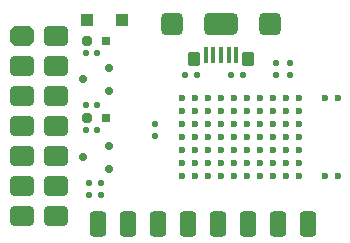
<source format=gbr>
%TF.GenerationSoftware,Altium Limited,Altium Designer,23.4.1 (23)*%
G04 Layer_Color=255*
%FSLAX45Y45*%
%MOMM*%
%TF.SameCoordinates,BE90727D-E02D-4F4F-8BF8-4A0540FFC0C0*%
%TF.FilePolarity,Positive*%
%TF.FileFunction,Pads,Top*%
%TF.Part,Single*%
G01*
G75*
%TA.AperFunction,SMDPad,CuDef*%
G04:AMPARAMS|DCode=10|XSize=2.9mm|YSize=1.9mm|CornerRadius=0.475mm|HoleSize=0mm|Usage=FLASHONLY|Rotation=180.000|XOffset=0mm|YOffset=0mm|HoleType=Round|Shape=RoundedRectangle|*
%AMROUNDEDRECTD10*
21,1,2.90000,0.95000,0,0,180.0*
21,1,1.95000,1.90000,0,0,180.0*
1,1,0.95000,-0.97500,0.47500*
1,1,0.95000,0.97500,0.47500*
1,1,0.95000,0.97500,-0.47500*
1,1,0.95000,-0.97500,-0.47500*
%
%ADD10ROUNDEDRECTD10*%
G04:AMPARAMS|DCode=11|XSize=0.38mm|YSize=1.4mm|CornerRadius=0.095mm|HoleSize=0mm|Usage=FLASHONLY|Rotation=180.000|XOffset=0mm|YOffset=0mm|HoleType=Round|Shape=RoundedRectangle|*
%AMROUNDEDRECTD11*
21,1,0.38000,1.21000,0,0,180.0*
21,1,0.19000,1.40000,0,0,180.0*
1,1,0.19000,-0.09500,0.60500*
1,1,0.19000,0.09500,0.60500*
1,1,0.19000,0.09500,-0.60500*
1,1,0.19000,-0.09500,-0.60500*
%
%ADD11ROUNDEDRECTD11*%
%ADD12R,0.38000X1.40000*%
G04:AMPARAMS|DCode=13|XSize=0.5mm|YSize=0.5mm|CornerRadius=0.125mm|HoleSize=0mm|Usage=FLASHONLY|Rotation=180.000|XOffset=0mm|YOffset=0mm|HoleType=Round|Shape=RoundedRectangle|*
%AMROUNDEDRECTD13*
21,1,0.50000,0.25000,0,0,180.0*
21,1,0.25000,0.50000,0,0,180.0*
1,1,0.25000,-0.12500,0.12500*
1,1,0.25000,0.12500,0.12500*
1,1,0.25000,0.12500,-0.12500*
1,1,0.25000,-0.12500,-0.12500*
%
%ADD13ROUNDEDRECTD13*%
G04:AMPARAMS|DCode=14|XSize=1.4mm|YSize=2.2mm|CornerRadius=0.35mm|HoleSize=0mm|Usage=FLASHONLY|Rotation=0.000|XOffset=0mm|YOffset=0mm|HoleType=Round|Shape=RoundedRectangle|*
%AMROUNDEDRECTD14*
21,1,1.40000,1.50000,0,0,0.0*
21,1,0.70000,2.20000,0,0,0.0*
1,1,0.70000,0.35000,-0.75000*
1,1,0.70000,-0.35000,-0.75000*
1,1,0.70000,-0.35000,0.75000*
1,1,0.70000,0.35000,0.75000*
%
%ADD14ROUNDEDRECTD14*%
%ADD15R,1.10000X1.10000*%
G04:AMPARAMS|DCode=16|XSize=1.1mm|YSize=1.1mm|CornerRadius=0.275mm|HoleSize=0mm|Usage=FLASHONLY|Rotation=270.000|XOffset=0mm|YOffset=0mm|HoleType=Round|Shape=RoundedRectangle|*
%AMROUNDEDRECTD16*
21,1,1.10000,0.55000,0,0,270.0*
21,1,0.55000,1.10000,0,0,270.0*
1,1,0.55000,-0.27500,-0.27500*
1,1,0.55000,-0.27500,0.27500*
1,1,0.55000,0.27500,0.27500*
1,1,0.55000,0.27500,-0.27500*
%
%ADD16ROUNDEDRECTD16*%
G04:AMPARAMS|DCode=17|XSize=0.8mm|YSize=0.8mm|CornerRadius=0.2mm|HoleSize=0mm|Usage=FLASHONLY|Rotation=270.000|XOffset=0mm|YOffset=0mm|HoleType=Round|Shape=RoundedRectangle|*
%AMROUNDEDRECTD17*
21,1,0.80000,0.40000,0,0,270.0*
21,1,0.40000,0.80000,0,0,270.0*
1,1,0.40000,-0.20000,-0.20000*
1,1,0.40000,-0.20000,0.20000*
1,1,0.40000,0.20000,0.20000*
1,1,0.40000,0.20000,-0.20000*
%
%ADD17ROUNDEDRECTD17*%
%ADD18R,0.80000X0.80000*%
%TA.AperFunction,BGAPad,CuDef*%
%ADD19C,0.60000*%
%TA.AperFunction,SMDPad,CuDef*%
G04:AMPARAMS|DCode=20|XSize=0.6mm|YSize=0.7mm|CornerRadius=0.15mm|HoleSize=0mm|Usage=FLASHONLY|Rotation=270.000|XOffset=0mm|YOffset=0mm|HoleType=Round|Shape=RoundedRectangle|*
%AMROUNDEDRECTD20*
21,1,0.60000,0.40000,0,0,270.0*
21,1,0.30000,0.70000,0,0,270.0*
1,1,0.30000,-0.20000,-0.15000*
1,1,0.30000,-0.20000,0.15000*
1,1,0.30000,0.20000,0.15000*
1,1,0.30000,0.20000,-0.15000*
%
%ADD20ROUNDEDRECTD20*%
G04:AMPARAMS|DCode=21|XSize=0.5mm|YSize=0.5mm|CornerRadius=0.125mm|HoleSize=0mm|Usage=FLASHONLY|Rotation=270.000|XOffset=0mm|YOffset=0mm|HoleType=Round|Shape=RoundedRectangle|*
%AMROUNDEDRECTD21*
21,1,0.50000,0.25000,0,0,270.0*
21,1,0.25000,0.50000,0,0,270.0*
1,1,0.25000,-0.12500,-0.12500*
1,1,0.25000,-0.12500,0.12500*
1,1,0.25000,0.12500,0.12500*
1,1,0.25000,0.12500,-0.12500*
%
%ADD21ROUNDEDRECTD21*%
%TA.AperFunction,ComponentPad*%
G04:AMPARAMS|DCode=25|XSize=1.9mm|YSize=1.9mm|CornerRadius=0.475mm|HoleSize=0mm|Usage=FLASHONLY|Rotation=180.000|XOffset=0mm|YOffset=0mm|HoleType=Round|Shape=RoundedRectangle|*
%AMROUNDEDRECTD25*
21,1,1.90000,0.95000,0,0,180.0*
21,1,0.95000,1.90000,0,0,180.0*
1,1,0.95000,-0.47500,0.47500*
1,1,0.95000,0.47500,0.47500*
1,1,0.95000,0.47500,-0.47500*
1,1,0.95000,-0.47500,-0.47500*
%
%ADD25ROUNDEDRECTD25*%
G04:AMPARAMS|DCode=26|XSize=1.1mm|YSize=1.2mm|CornerRadius=0.275mm|HoleSize=0mm|Usage=FLASHONLY|Rotation=180.000|XOffset=0mm|YOffset=0mm|HoleType=Round|Shape=RoundedRectangle|*
%AMROUNDEDRECTD26*
21,1,1.10000,0.65000,0,0,180.0*
21,1,0.55000,1.20000,0,0,180.0*
1,1,0.55000,-0.27500,0.32500*
1,1,0.55000,0.27500,0.32500*
1,1,0.55000,0.27500,-0.32500*
1,1,0.55000,-0.27500,-0.32500*
%
%ADD26ROUNDEDRECTD26*%
G04:AMPARAMS|DCode=27|XSize=1.7mm|YSize=2.1mm|CornerRadius=0mm|HoleSize=0mm|Usage=FLASHONLY|Rotation=270.000|XOffset=0mm|YOffset=0mm|HoleType=Round|Shape=Octagon|*
%AMOCTAGOND27*
4,1,8,1.05000,0.42500,1.05000,-0.42500,0.62500,-0.85000,-0.62500,-0.85000,-1.05000,-0.42500,-1.05000,0.42500,-0.62500,0.85000,0.62500,0.85000,1.05000,0.42500,0.0*
%
%ADD27OCTAGOND27*%

G04:AMPARAMS|DCode=28|XSize=1.7mm|YSize=2.1mm|CornerRadius=0.425mm|HoleSize=0mm|Usage=FLASHONLY|Rotation=270.000|XOffset=0mm|YOffset=0mm|HoleType=Round|Shape=RoundedRectangle|*
%AMROUNDEDRECTD28*
21,1,1.70000,1.25001,0,0,270.0*
21,1,0.85000,2.10000,0,0,270.0*
1,1,0.85000,-0.62500,-0.42500*
1,1,0.85000,-0.62500,0.42500*
1,1,0.85000,0.62500,0.42500*
1,1,0.85000,0.62500,-0.42500*
%
%ADD28ROUNDEDRECTD28*%
D10*
X1867500Y1860000D02*
D03*
D11*
X1997500Y1600000D02*
D03*
X1932500D02*
D03*
X1867500D02*
D03*
X1802500D02*
D03*
D12*
X1737500D02*
D03*
D13*
X2450000Y1430000D02*
D03*
Y1530000D02*
D03*
X2330000D02*
D03*
Y1430000D02*
D03*
X1310000Y1010000D02*
D03*
Y910000D02*
D03*
D14*
X1588000Y170000D02*
D03*
X2604000D02*
D03*
X1842000D02*
D03*
X2096000D02*
D03*
X826000D02*
D03*
X1080000D02*
D03*
X2350000D02*
D03*
X1334000D02*
D03*
D15*
X1030000Y1890000D02*
D03*
D16*
X730000D02*
D03*
D17*
X730000Y1720000D02*
D03*
Y1060000D02*
D03*
D18*
X890000Y1720000D02*
D03*
Y1060000D02*
D03*
D19*
X1540000Y570000D02*
D03*
X1650000D02*
D03*
X1760000D02*
D03*
X1870000D02*
D03*
X1980000D02*
D03*
X2090000D02*
D03*
X2200000D02*
D03*
X2310000D02*
D03*
X2420000D02*
D03*
X2530000D02*
D03*
X2750000D02*
D03*
X2860000D02*
D03*
X1540000Y680000D02*
D03*
X1650000D02*
D03*
X1760000D02*
D03*
X1870000D02*
D03*
X1980000D02*
D03*
X2090000D02*
D03*
X2200000D02*
D03*
X2310000D02*
D03*
X2420000D02*
D03*
X2530000D02*
D03*
X1540000Y790000D02*
D03*
X1650000D02*
D03*
X1760000D02*
D03*
X1870000D02*
D03*
X1980000D02*
D03*
X2090000D02*
D03*
X2200000D02*
D03*
X2310000D02*
D03*
X2420000D02*
D03*
X2530000D02*
D03*
X1540000Y900000D02*
D03*
X1650000D02*
D03*
X1760000D02*
D03*
X1870000D02*
D03*
X1980000D02*
D03*
X2090000D02*
D03*
X2200000D02*
D03*
X2310000D02*
D03*
X2420000D02*
D03*
X2530000D02*
D03*
X1540000Y1010000D02*
D03*
X1650000D02*
D03*
X1760000D02*
D03*
X1870000D02*
D03*
X1980000D02*
D03*
X2090000D02*
D03*
X2200000D02*
D03*
X2310000D02*
D03*
X2420000D02*
D03*
X2530000D02*
D03*
X1540000Y1120000D02*
D03*
X1650000D02*
D03*
X1760000D02*
D03*
X1870000D02*
D03*
X1980000D02*
D03*
X2090000D02*
D03*
X2200000D02*
D03*
X2310000D02*
D03*
X2420000D02*
D03*
X2530000D02*
D03*
X1540000Y1230000D02*
D03*
X1650000D02*
D03*
X1760000D02*
D03*
X1870000D02*
D03*
X1980000D02*
D03*
X2090000D02*
D03*
X2200000D02*
D03*
X2310000D02*
D03*
X2420000D02*
D03*
X2530000D02*
D03*
X2750000D02*
D03*
X2860000D02*
D03*
D20*
X700000Y1390000D02*
D03*
X920000Y1485000D02*
D03*
Y1295000D02*
D03*
X700000Y730000D02*
D03*
X920000Y825000D02*
D03*
Y635000D02*
D03*
D21*
X720000Y1170000D02*
D03*
X820000D02*
D03*
X820000Y1610000D02*
D03*
X720000D02*
D03*
X1950000Y1430000D02*
D03*
X2050000D02*
D03*
X850000Y510000D02*
D03*
X750000D02*
D03*
X820000Y960000D02*
D03*
X720000D02*
D03*
X1660000Y1430000D02*
D03*
X1560000D02*
D03*
X850000Y410000D02*
D03*
X750000D02*
D03*
D25*
X2285000Y1860000D02*
D03*
X1450000D02*
D03*
D26*
X2097500Y1560000D02*
D03*
X1637500D02*
D03*
D27*
X180000Y1760000D02*
D03*
D28*
Y1506000D02*
D03*
Y1252000D02*
D03*
Y998000D02*
D03*
Y744000D02*
D03*
Y490000D02*
D03*
Y236000D02*
D03*
X474000Y1760000D02*
D03*
Y1506000D02*
D03*
Y1252000D02*
D03*
Y998000D02*
D03*
Y744000D02*
D03*
Y490000D02*
D03*
Y236000D02*
D03*
%TF.MD5,0500e1511926e23e46469e01b81b287f*%
M02*

</source>
